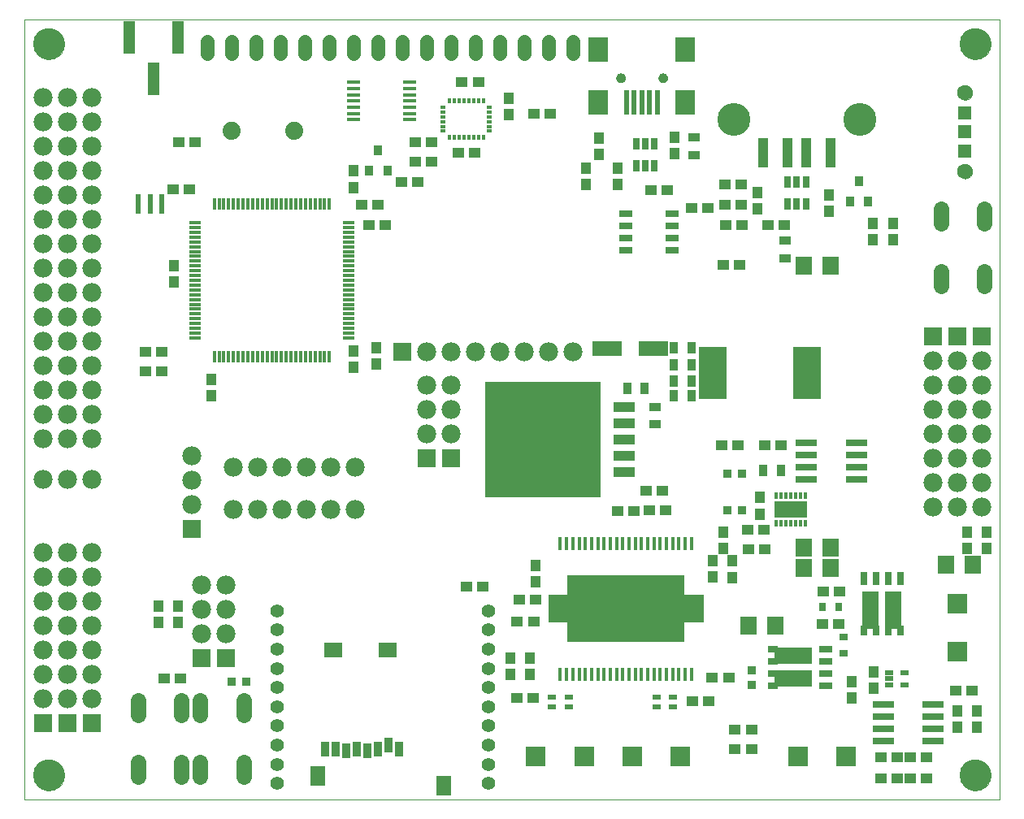
<source format=gts>
G75*
G70*
%OFA0B0*%
%FSLAX24Y24*%
%IPPOS*%
%LPD*%
%AMOC8*
5,1,8,0,0,1.08239X$1,22.5*
%
%ADD10C,0.0000*%
%ADD11C,0.1290*%
%ADD12C,0.0555*%
%ADD13C,0.0780*%
%ADD14C,0.0640*%
%ADD15C,0.0555*%
%ADD16R,0.0512X0.0158*%
%ADD17R,0.0158X0.0512*%
%ADD18R,0.0510X0.1340*%
%ADD19R,0.0158X0.0552*%
%ADD20R,0.4843X0.2737*%
%ADD21R,0.0827X0.1182*%
%ADD22R,0.0473X0.0434*%
%ADD23R,0.0434X0.0473*%
%ADD24R,0.0780X0.0780*%
%ADD25R,0.0237X0.1024*%
%ADD26R,0.0827X0.1024*%
%ADD27C,0.0394*%
%ADD28R,0.0276X0.0512*%
%ADD29C,0.1350*%
%ADD30R,0.0394X0.1221*%
%ADD31R,0.0512X0.0355*%
%ADD32R,0.0906X0.0276*%
%ADD33R,0.0355X0.0394*%
%ADD34R,0.0355X0.0355*%
%ADD35R,0.0138X0.0316*%
%ADD36R,0.1339X0.0709*%
%ADD37R,0.1142X0.2166*%
%ADD38R,0.0355X0.0512*%
%ADD39R,0.0670X0.0749*%
%ADD40C,0.0740*%
%ADD41R,0.0335X0.0197*%
%ADD42R,0.0540X0.0280*%
%ADD43R,0.0440X0.0280*%
%ADD44R,0.1540X0.0690*%
%ADD45R,0.0280X0.0540*%
%ADD46R,0.0280X0.0440*%
%ADD47R,0.0690X0.1540*%
%ADD48R,0.0276X0.0355*%
%ADD49R,0.0355X0.0276*%
%ADD50R,0.0555X0.0555*%
%ADD51C,0.0631*%
%ADD52R,0.0808X0.0808*%
%ADD53R,0.0375X0.0237*%
%ADD54R,0.0910X0.0280*%
%ADD55R,0.0749X0.0591*%
%ADD56R,0.0591X0.0788*%
%ADD57R,0.0355X0.0631*%
%ADD58R,0.4764X0.4764*%
%ADD59R,0.0906X0.0434*%
%ADD60R,0.1221X0.0591*%
%ADD61R,0.0197X0.0827*%
%ADD62R,0.0237X0.0158*%
%ADD63R,0.0158X0.0237*%
%ADD64R,0.0540X0.0290*%
%ADD65R,0.0536X0.0182*%
D10*
X000247Y001996D02*
X000247Y033996D01*
X040247Y033996D01*
X040247Y001996D01*
X000247Y001996D01*
X000622Y002996D02*
X000624Y003046D01*
X000630Y003095D01*
X000640Y003144D01*
X000653Y003191D01*
X000671Y003238D01*
X000692Y003283D01*
X000716Y003326D01*
X000744Y003367D01*
X000775Y003406D01*
X000809Y003442D01*
X000846Y003476D01*
X000886Y003506D01*
X000927Y003533D01*
X000971Y003557D01*
X001016Y003577D01*
X001063Y003593D01*
X001111Y003606D01*
X001160Y003615D01*
X001210Y003620D01*
X001259Y003621D01*
X001309Y003618D01*
X001358Y003611D01*
X001407Y003600D01*
X001454Y003586D01*
X001500Y003567D01*
X001545Y003545D01*
X001588Y003520D01*
X001628Y003491D01*
X001666Y003459D01*
X001702Y003425D01*
X001735Y003387D01*
X001764Y003347D01*
X001790Y003305D01*
X001813Y003261D01*
X001832Y003215D01*
X001848Y003168D01*
X001860Y003119D01*
X001868Y003070D01*
X001872Y003021D01*
X001872Y002971D01*
X001868Y002922D01*
X001860Y002873D01*
X001848Y002824D01*
X001832Y002777D01*
X001813Y002731D01*
X001790Y002687D01*
X001764Y002645D01*
X001735Y002605D01*
X001702Y002567D01*
X001666Y002533D01*
X001628Y002501D01*
X001588Y002472D01*
X001545Y002447D01*
X001500Y002425D01*
X001454Y002406D01*
X001407Y002392D01*
X001358Y002381D01*
X001309Y002374D01*
X001259Y002371D01*
X001210Y002372D01*
X001160Y002377D01*
X001111Y002386D01*
X001063Y002399D01*
X001016Y002415D01*
X000971Y002435D01*
X000927Y002459D01*
X000886Y002486D01*
X000846Y002516D01*
X000809Y002550D01*
X000775Y002586D01*
X000744Y002625D01*
X000716Y002666D01*
X000692Y002709D01*
X000671Y002754D01*
X000653Y002801D01*
X000640Y002848D01*
X000630Y002897D01*
X000624Y002946D01*
X000622Y002996D01*
X024524Y031596D02*
X024526Y031622D01*
X024532Y031648D01*
X024542Y031673D01*
X024555Y031696D01*
X024571Y031716D01*
X024591Y031734D01*
X024613Y031749D01*
X024636Y031761D01*
X024662Y031769D01*
X024688Y031773D01*
X024714Y031773D01*
X024740Y031769D01*
X024766Y031761D01*
X024790Y031749D01*
X024811Y031734D01*
X024831Y031716D01*
X024847Y031696D01*
X024860Y031673D01*
X024870Y031648D01*
X024876Y031622D01*
X024878Y031596D01*
X024876Y031570D01*
X024870Y031544D01*
X024860Y031519D01*
X024847Y031496D01*
X024831Y031476D01*
X024811Y031458D01*
X024789Y031443D01*
X024766Y031431D01*
X024740Y031423D01*
X024714Y031419D01*
X024688Y031419D01*
X024662Y031423D01*
X024636Y031431D01*
X024612Y031443D01*
X024591Y031458D01*
X024571Y031476D01*
X024555Y031496D01*
X024542Y031519D01*
X024532Y031544D01*
X024526Y031570D01*
X024524Y031596D01*
X026256Y031596D02*
X026258Y031622D01*
X026264Y031648D01*
X026274Y031673D01*
X026287Y031696D01*
X026303Y031716D01*
X026323Y031734D01*
X026345Y031749D01*
X026368Y031761D01*
X026394Y031769D01*
X026420Y031773D01*
X026446Y031773D01*
X026472Y031769D01*
X026498Y031761D01*
X026522Y031749D01*
X026543Y031734D01*
X026563Y031716D01*
X026579Y031696D01*
X026592Y031673D01*
X026602Y031648D01*
X026608Y031622D01*
X026610Y031596D01*
X026608Y031570D01*
X026602Y031544D01*
X026592Y031519D01*
X026579Y031496D01*
X026563Y031476D01*
X026543Y031458D01*
X026521Y031443D01*
X026498Y031431D01*
X026472Y031423D01*
X026446Y031419D01*
X026420Y031419D01*
X026394Y031423D01*
X026368Y031431D01*
X026344Y031443D01*
X026323Y031458D01*
X026303Y031476D01*
X026287Y031496D01*
X026274Y031519D01*
X026264Y031544D01*
X026258Y031570D01*
X026256Y031596D01*
X038528Y031000D02*
X038530Y031034D01*
X038536Y031068D01*
X038546Y031101D01*
X038559Y031132D01*
X038577Y031162D01*
X038597Y031190D01*
X038621Y031215D01*
X038647Y031237D01*
X038675Y031255D01*
X038706Y031271D01*
X038738Y031283D01*
X038772Y031291D01*
X038806Y031295D01*
X038840Y031295D01*
X038874Y031291D01*
X038908Y031283D01*
X038940Y031271D01*
X038970Y031255D01*
X038999Y031237D01*
X039025Y031215D01*
X039049Y031190D01*
X039069Y031162D01*
X039087Y031132D01*
X039100Y031101D01*
X039110Y031068D01*
X039116Y031034D01*
X039118Y031000D01*
X039116Y030966D01*
X039110Y030932D01*
X039100Y030899D01*
X039087Y030868D01*
X039069Y030838D01*
X039049Y030810D01*
X039025Y030785D01*
X038999Y030763D01*
X038971Y030745D01*
X038940Y030729D01*
X038908Y030717D01*
X038874Y030709D01*
X038840Y030705D01*
X038806Y030705D01*
X038772Y030709D01*
X038738Y030717D01*
X038706Y030729D01*
X038675Y030745D01*
X038647Y030763D01*
X038621Y030785D01*
X038597Y030810D01*
X038577Y030838D01*
X038559Y030868D01*
X038546Y030899D01*
X038536Y030932D01*
X038530Y030966D01*
X038528Y031000D01*
X038622Y032996D02*
X038624Y033046D01*
X038630Y033095D01*
X038640Y033144D01*
X038653Y033191D01*
X038671Y033238D01*
X038692Y033283D01*
X038716Y033326D01*
X038744Y033367D01*
X038775Y033406D01*
X038809Y033442D01*
X038846Y033476D01*
X038886Y033506D01*
X038927Y033533D01*
X038971Y033557D01*
X039016Y033577D01*
X039063Y033593D01*
X039111Y033606D01*
X039160Y033615D01*
X039210Y033620D01*
X039259Y033621D01*
X039309Y033618D01*
X039358Y033611D01*
X039407Y033600D01*
X039454Y033586D01*
X039500Y033567D01*
X039545Y033545D01*
X039588Y033520D01*
X039628Y033491D01*
X039666Y033459D01*
X039702Y033425D01*
X039735Y033387D01*
X039764Y033347D01*
X039790Y033305D01*
X039813Y033261D01*
X039832Y033215D01*
X039848Y033168D01*
X039860Y033119D01*
X039868Y033070D01*
X039872Y033021D01*
X039872Y032971D01*
X039868Y032922D01*
X039860Y032873D01*
X039848Y032824D01*
X039832Y032777D01*
X039813Y032731D01*
X039790Y032687D01*
X039764Y032645D01*
X039735Y032605D01*
X039702Y032567D01*
X039666Y032533D01*
X039628Y032501D01*
X039588Y032472D01*
X039545Y032447D01*
X039500Y032425D01*
X039454Y032406D01*
X039407Y032392D01*
X039358Y032381D01*
X039309Y032374D01*
X039259Y032371D01*
X039210Y032372D01*
X039160Y032377D01*
X039111Y032386D01*
X039063Y032399D01*
X039016Y032415D01*
X038971Y032435D01*
X038927Y032459D01*
X038886Y032486D01*
X038846Y032516D01*
X038809Y032550D01*
X038775Y032586D01*
X038744Y032625D01*
X038716Y032666D01*
X038692Y032709D01*
X038671Y032754D01*
X038653Y032801D01*
X038640Y032848D01*
X038630Y032897D01*
X038624Y032946D01*
X038622Y032996D01*
X038528Y027771D02*
X038530Y027805D01*
X038536Y027839D01*
X038546Y027872D01*
X038559Y027903D01*
X038577Y027933D01*
X038597Y027961D01*
X038621Y027986D01*
X038647Y028008D01*
X038675Y028026D01*
X038706Y028042D01*
X038738Y028054D01*
X038772Y028062D01*
X038806Y028066D01*
X038840Y028066D01*
X038874Y028062D01*
X038908Y028054D01*
X038940Y028042D01*
X038970Y028026D01*
X038999Y028008D01*
X039025Y027986D01*
X039049Y027961D01*
X039069Y027933D01*
X039087Y027903D01*
X039100Y027872D01*
X039110Y027839D01*
X039116Y027805D01*
X039118Y027771D01*
X039116Y027737D01*
X039110Y027703D01*
X039100Y027670D01*
X039087Y027639D01*
X039069Y027609D01*
X039049Y027581D01*
X039025Y027556D01*
X038999Y027534D01*
X038971Y027516D01*
X038940Y027500D01*
X038908Y027488D01*
X038874Y027480D01*
X038840Y027476D01*
X038806Y027476D01*
X038772Y027480D01*
X038738Y027488D01*
X038706Y027500D01*
X038675Y027516D01*
X038647Y027534D01*
X038621Y027556D01*
X038597Y027581D01*
X038577Y027609D01*
X038559Y027639D01*
X038546Y027670D01*
X038536Y027703D01*
X038530Y027737D01*
X038528Y027771D01*
X038622Y002996D02*
X038624Y003046D01*
X038630Y003095D01*
X038640Y003144D01*
X038653Y003191D01*
X038671Y003238D01*
X038692Y003283D01*
X038716Y003326D01*
X038744Y003367D01*
X038775Y003406D01*
X038809Y003442D01*
X038846Y003476D01*
X038886Y003506D01*
X038927Y003533D01*
X038971Y003557D01*
X039016Y003577D01*
X039063Y003593D01*
X039111Y003606D01*
X039160Y003615D01*
X039210Y003620D01*
X039259Y003621D01*
X039309Y003618D01*
X039358Y003611D01*
X039407Y003600D01*
X039454Y003586D01*
X039500Y003567D01*
X039545Y003545D01*
X039588Y003520D01*
X039628Y003491D01*
X039666Y003459D01*
X039702Y003425D01*
X039735Y003387D01*
X039764Y003347D01*
X039790Y003305D01*
X039813Y003261D01*
X039832Y003215D01*
X039848Y003168D01*
X039860Y003119D01*
X039868Y003070D01*
X039872Y003021D01*
X039872Y002971D01*
X039868Y002922D01*
X039860Y002873D01*
X039848Y002824D01*
X039832Y002777D01*
X039813Y002731D01*
X039790Y002687D01*
X039764Y002645D01*
X039735Y002605D01*
X039702Y002567D01*
X039666Y002533D01*
X039628Y002501D01*
X039588Y002472D01*
X039545Y002447D01*
X039500Y002425D01*
X039454Y002406D01*
X039407Y002392D01*
X039358Y002381D01*
X039309Y002374D01*
X039259Y002371D01*
X039210Y002372D01*
X039160Y002377D01*
X039111Y002386D01*
X039063Y002399D01*
X039016Y002415D01*
X038971Y002435D01*
X038927Y002459D01*
X038886Y002486D01*
X038846Y002516D01*
X038809Y002550D01*
X038775Y002586D01*
X038744Y002625D01*
X038716Y002666D01*
X038692Y002709D01*
X038671Y002754D01*
X038653Y002801D01*
X038640Y002848D01*
X038630Y002897D01*
X038624Y002946D01*
X038622Y002996D01*
X000622Y032996D02*
X000624Y033046D01*
X000630Y033095D01*
X000640Y033144D01*
X000653Y033191D01*
X000671Y033238D01*
X000692Y033283D01*
X000716Y033326D01*
X000744Y033367D01*
X000775Y033406D01*
X000809Y033442D01*
X000846Y033476D01*
X000886Y033506D01*
X000927Y033533D01*
X000971Y033557D01*
X001016Y033577D01*
X001063Y033593D01*
X001111Y033606D01*
X001160Y033615D01*
X001210Y033620D01*
X001259Y033621D01*
X001309Y033618D01*
X001358Y033611D01*
X001407Y033600D01*
X001454Y033586D01*
X001500Y033567D01*
X001545Y033545D01*
X001588Y033520D01*
X001628Y033491D01*
X001666Y033459D01*
X001702Y033425D01*
X001735Y033387D01*
X001764Y033347D01*
X001790Y033305D01*
X001813Y033261D01*
X001832Y033215D01*
X001848Y033168D01*
X001860Y033119D01*
X001868Y033070D01*
X001872Y033021D01*
X001872Y032971D01*
X001868Y032922D01*
X001860Y032873D01*
X001848Y032824D01*
X001832Y032777D01*
X001813Y032731D01*
X001790Y032687D01*
X001764Y032645D01*
X001735Y032605D01*
X001702Y032567D01*
X001666Y032533D01*
X001628Y032501D01*
X001588Y032472D01*
X001545Y032447D01*
X001500Y032425D01*
X001454Y032406D01*
X001407Y032392D01*
X001358Y032381D01*
X001309Y032374D01*
X001259Y032371D01*
X001210Y032372D01*
X001160Y032377D01*
X001111Y032386D01*
X001063Y032399D01*
X001016Y032415D01*
X000971Y032435D01*
X000927Y032459D01*
X000886Y032486D01*
X000846Y032516D01*
X000809Y032550D01*
X000775Y032586D01*
X000744Y032625D01*
X000716Y032666D01*
X000692Y032709D01*
X000671Y032754D01*
X000653Y032801D01*
X000640Y032848D01*
X000630Y032897D01*
X000624Y032946D01*
X000622Y032996D01*
D11*
X001247Y032996D03*
X001247Y002996D03*
X039247Y002996D03*
X039247Y032996D03*
D12*
X019278Y009739D03*
X019278Y008952D03*
X019278Y008164D03*
X019278Y007377D03*
X019278Y006589D03*
X019278Y005802D03*
X019278Y005015D03*
X019278Y004227D03*
X019278Y003440D03*
X019278Y002652D03*
X010616Y002652D03*
X010616Y003440D03*
X010616Y004227D03*
X010616Y005015D03*
X010616Y005802D03*
X010616Y006589D03*
X010616Y007377D03*
X010616Y008164D03*
X010616Y008952D03*
X010616Y009739D03*
D13*
X008517Y009796D03*
X008517Y010796D03*
X007517Y010796D03*
X007517Y009796D03*
X007517Y008796D03*
X008517Y008796D03*
X002997Y009136D03*
X002997Y010136D03*
X002997Y011136D03*
X002997Y012136D03*
X001997Y012136D03*
X000997Y012136D03*
X000997Y011136D03*
X001997Y011136D03*
X001997Y010136D03*
X000997Y010136D03*
X000997Y009136D03*
X001997Y009136D03*
X001997Y008136D03*
X000997Y008136D03*
X000997Y007136D03*
X001997Y007136D03*
X002997Y007136D03*
X002997Y008136D03*
X002997Y006136D03*
X001997Y006136D03*
X000997Y006136D03*
X008797Y013896D03*
X009797Y013896D03*
X010797Y013896D03*
X011797Y013896D03*
X012797Y013896D03*
X013797Y013896D03*
X013797Y015616D03*
X012797Y015616D03*
X011797Y015616D03*
X010797Y015616D03*
X009797Y015616D03*
X008797Y015616D03*
X007097Y016106D03*
X007097Y015106D03*
X007097Y014106D03*
X002997Y015137D03*
X001997Y015137D03*
X000997Y015137D03*
X000997Y016796D03*
X001997Y016796D03*
X001997Y017796D03*
X001997Y018796D03*
X000997Y018796D03*
X000997Y017796D03*
X000997Y019796D03*
X001997Y019796D03*
X001997Y020796D03*
X000997Y020796D03*
X000997Y021796D03*
X001997Y021796D03*
X001997Y022796D03*
X000997Y022796D03*
X000997Y023796D03*
X001997Y023796D03*
X001997Y024796D03*
X000997Y024796D03*
X000997Y025796D03*
X001997Y025796D03*
X001997Y026796D03*
X000997Y026796D03*
X000997Y027796D03*
X001997Y027796D03*
X001997Y028796D03*
X000997Y028796D03*
X000997Y029796D03*
X001997Y029796D03*
X001997Y030796D03*
X000997Y030796D03*
X002997Y030796D03*
X002997Y029796D03*
X002997Y028796D03*
X002997Y027796D03*
X002997Y026796D03*
X002997Y025796D03*
X002997Y024796D03*
X002997Y023796D03*
X002997Y022796D03*
X002997Y021796D03*
X002997Y020796D03*
X002997Y019796D03*
X002997Y018796D03*
X002997Y017796D03*
X002997Y016796D03*
X016747Y016996D03*
X017747Y016996D03*
X017747Y017996D03*
X016747Y017996D03*
X016747Y018996D03*
X017747Y018996D03*
X017747Y020346D03*
X016747Y020346D03*
X018747Y020346D03*
X019747Y020346D03*
X020747Y020346D03*
X021747Y020346D03*
X022747Y020346D03*
X037497Y019996D03*
X038497Y019996D03*
X039497Y019996D03*
X039497Y018996D03*
X038497Y018996D03*
X037497Y018996D03*
X037497Y017996D03*
X038497Y017996D03*
X039497Y017996D03*
X039497Y016996D03*
X038497Y016996D03*
X037497Y016996D03*
X037497Y015996D03*
X038497Y015996D03*
X039497Y015996D03*
X039497Y014996D03*
X038497Y014996D03*
X037497Y014996D03*
X037497Y013996D03*
X038497Y013996D03*
X039497Y013996D03*
D14*
X039627Y023066D02*
X039627Y023666D01*
X037847Y023666D02*
X037847Y023066D01*
X037847Y025626D02*
X037847Y026226D01*
X039627Y026226D02*
X039627Y025626D01*
X009237Y006076D02*
X009237Y005476D01*
X007457Y005476D02*
X007457Y006076D01*
X006687Y006076D02*
X006687Y005476D01*
X004907Y005476D02*
X004907Y006076D01*
X004907Y003516D02*
X004907Y002916D01*
X006687Y002916D02*
X006687Y003516D01*
X007457Y003516D02*
X007457Y002916D01*
X009237Y002916D02*
X009237Y003516D01*
D15*
X008747Y032588D02*
X008747Y033103D01*
X007747Y033103D02*
X007747Y032588D01*
X009747Y032588D02*
X009747Y033103D01*
X010747Y033103D02*
X010747Y032588D01*
X011747Y032588D02*
X011747Y033103D01*
X012747Y033103D02*
X012747Y032588D01*
X013747Y032588D02*
X013747Y033103D01*
X014747Y033103D02*
X014747Y032588D01*
X015747Y032588D02*
X015747Y033103D01*
X016747Y033103D02*
X016747Y032588D01*
X017747Y032588D02*
X017747Y033103D01*
X018747Y033103D02*
X018747Y032588D01*
X019747Y032588D02*
X019747Y033103D01*
X020747Y033103D02*
X020747Y032588D01*
X021747Y032588D02*
X021747Y033103D01*
X022747Y033103D02*
X022747Y032588D01*
D16*
X013547Y025658D03*
X013547Y025461D03*
X013547Y025264D03*
X013547Y025067D03*
X013547Y024870D03*
X013547Y024674D03*
X013547Y024477D03*
X013547Y024280D03*
X013547Y024083D03*
X013547Y023886D03*
X013547Y023689D03*
X013547Y023492D03*
X013547Y023296D03*
X013547Y023099D03*
X013547Y022902D03*
X013547Y022705D03*
X013547Y022508D03*
X013547Y022311D03*
X013547Y022115D03*
X013547Y021918D03*
X013547Y021721D03*
X013547Y021524D03*
X013547Y021327D03*
X013547Y021130D03*
X013547Y020933D03*
X007247Y020933D03*
X007247Y021130D03*
X007247Y021327D03*
X007247Y021524D03*
X007247Y021721D03*
X007247Y021918D03*
X007247Y022115D03*
X007247Y022311D03*
X007247Y022508D03*
X007247Y022705D03*
X007247Y022902D03*
X007247Y023099D03*
X007247Y023296D03*
X007247Y023492D03*
X007247Y023689D03*
X007247Y023886D03*
X007247Y024083D03*
X007247Y024280D03*
X007247Y024477D03*
X007247Y024674D03*
X007247Y024870D03*
X007247Y025067D03*
X007247Y025264D03*
X007247Y025461D03*
X007247Y025658D03*
D17*
X008035Y026445D03*
X008232Y026445D03*
X008428Y026445D03*
X008625Y026445D03*
X008822Y026445D03*
X009019Y026445D03*
X009216Y026445D03*
X009413Y026445D03*
X009610Y026445D03*
X009806Y026445D03*
X010003Y026445D03*
X010200Y026445D03*
X010397Y026445D03*
X010594Y026445D03*
X010791Y026445D03*
X010988Y026445D03*
X011184Y026445D03*
X011381Y026445D03*
X011578Y026445D03*
X011775Y026445D03*
X011972Y026445D03*
X012169Y026445D03*
X012366Y026445D03*
X012562Y026445D03*
X012759Y026445D03*
X012759Y020146D03*
X012562Y020146D03*
X012366Y020146D03*
X012169Y020146D03*
X011972Y020146D03*
X011775Y020146D03*
X011578Y020146D03*
X011381Y020146D03*
X011184Y020146D03*
X010988Y020146D03*
X010791Y020146D03*
X010594Y020146D03*
X010397Y020146D03*
X010200Y020146D03*
X010003Y020146D03*
X009806Y020146D03*
X009610Y020146D03*
X009413Y020146D03*
X009216Y020146D03*
X009019Y020146D03*
X008822Y020146D03*
X008625Y020146D03*
X008428Y020146D03*
X008232Y020146D03*
X008035Y020146D03*
D18*
X005537Y031546D03*
X004537Y033246D03*
X006537Y033246D03*
D19*
X022230Y012493D03*
X022486Y012493D03*
X022742Y012493D03*
X022998Y012493D03*
X023254Y012493D03*
X023510Y012493D03*
X023766Y012493D03*
X024021Y012493D03*
X024277Y012493D03*
X024533Y012493D03*
X024789Y012493D03*
X025045Y012493D03*
X025301Y012493D03*
X025557Y012493D03*
X025813Y012493D03*
X026069Y012493D03*
X026325Y012493D03*
X026581Y012493D03*
X026836Y012493D03*
X027092Y012493D03*
X027348Y012493D03*
X027604Y012493D03*
X027604Y007119D03*
X027348Y007119D03*
X027092Y007119D03*
X026836Y007119D03*
X026581Y007119D03*
X026325Y007119D03*
X026069Y007119D03*
X025813Y007119D03*
X025557Y007119D03*
X025301Y007119D03*
X025045Y007119D03*
X024789Y007119D03*
X024533Y007119D03*
X024277Y007119D03*
X024021Y007119D03*
X023766Y007119D03*
X023510Y007119D03*
X023254Y007119D03*
X022998Y007119D03*
X022742Y007119D03*
X022486Y007119D03*
X022230Y007119D03*
D20*
X024927Y009816D03*
D21*
X022132Y009816D03*
X027722Y009816D03*
D22*
X029948Y012247D03*
X030618Y012247D03*
X030579Y013046D03*
X029909Y013046D03*
X026563Y013851D03*
X025893Y013851D03*
X025244Y013842D03*
X024574Y013842D03*
X025755Y014650D03*
X026425Y014650D03*
X028839Y016545D03*
X029509Y016545D03*
X030622Y016516D03*
X031292Y016516D03*
X033012Y010536D03*
X033682Y010536D03*
X033642Y009206D03*
X032972Y009206D03*
X029132Y006986D03*
X028462Y006986D03*
X028302Y006036D03*
X027632Y006036D03*
X029396Y004868D03*
X030066Y004868D03*
X030064Y004052D03*
X029394Y004052D03*
X035384Y003734D03*
X036054Y003734D03*
X036572Y003736D03*
X037242Y003736D03*
X037242Y002856D03*
X036572Y002856D03*
X036054Y002855D03*
X035384Y002855D03*
X038452Y006476D03*
X039122Y006476D03*
X021102Y006146D03*
X020432Y006146D03*
X020462Y009286D03*
X021132Y009286D03*
X021212Y010186D03*
X020542Y010186D03*
X019061Y010734D03*
X018391Y010734D03*
X006658Y006976D03*
X005988Y006976D03*
X005896Y019572D03*
X005226Y019572D03*
X005225Y020374D03*
X005895Y020374D03*
X006337Y027024D03*
X007007Y027024D03*
X007261Y028956D03*
X006591Y028956D03*
X014068Y026389D03*
X014738Y026389D03*
X015712Y027336D03*
X016382Y027336D03*
X016286Y028172D03*
X016956Y028172D03*
X016956Y028970D03*
X016286Y028970D03*
X018058Y028531D03*
X018728Y028531D03*
X021151Y030131D03*
X021821Y030131D03*
X018866Y031421D03*
X018196Y031421D03*
X015063Y025547D03*
X014393Y025547D03*
X025932Y027000D03*
X026602Y027000D03*
X027608Y026257D03*
X028278Y026257D03*
X028992Y026396D03*
X029662Y026396D03*
X029652Y027236D03*
X028982Y027236D03*
X029002Y025546D03*
X029672Y025546D03*
X030758Y025569D03*
X031428Y025569D03*
X029586Y023927D03*
X028916Y023927D03*
D23*
X030323Y026233D03*
X030323Y026902D03*
X033261Y026801D03*
X033261Y026132D03*
X035057Y025640D03*
X035057Y024971D03*
X035867Y024951D03*
X035867Y025620D03*
X026917Y028481D03*
X026917Y029150D03*
X024576Y027900D03*
X024576Y027231D03*
X023264Y027230D03*
X023264Y027899D03*
X023797Y028461D03*
X023797Y029130D03*
X020099Y030109D03*
X020099Y030778D03*
X013757Y027780D03*
X013757Y027111D03*
X006379Y023901D03*
X006379Y023232D03*
X007919Y019245D03*
X007919Y018576D03*
X013736Y019732D03*
X013736Y020401D03*
X014664Y020523D03*
X014664Y019854D03*
X021207Y011600D03*
X021207Y010931D03*
X020969Y007784D03*
X020969Y007115D03*
X020167Y007115D03*
X020167Y007784D03*
X028467Y011121D03*
X028467Y011790D03*
X028912Y012303D03*
X029267Y011780D03*
X029267Y011111D03*
X028912Y012972D03*
X030417Y013711D03*
X030417Y014380D03*
X035077Y007230D03*
X035077Y006561D03*
X034187Y006840D03*
X034187Y006171D03*
X038517Y005630D03*
X038517Y004961D03*
X039327Y004971D03*
X039327Y005640D03*
X039712Y012281D03*
X039712Y012950D03*
X038917Y012950D03*
X038917Y012281D03*
X006557Y009930D03*
X006557Y009261D03*
X005757Y009261D03*
X005757Y009930D03*
D24*
X007517Y007796D03*
X008517Y007796D03*
X002997Y005136D03*
X001997Y005136D03*
X000997Y005136D03*
X007097Y013106D03*
X015747Y020346D03*
X016747Y015996D03*
X017747Y015996D03*
X037497Y020996D03*
X038497Y020996D03*
X039497Y020996D03*
D25*
X026197Y030611D03*
X025882Y030611D03*
X025567Y030611D03*
X025252Y030611D03*
X024937Y030611D03*
D26*
X023795Y030611D03*
X023795Y032777D03*
X027339Y032777D03*
X027339Y030611D03*
D27*
X026433Y031596D03*
X024701Y031596D03*
D28*
X025343Y028889D03*
X025717Y028889D03*
X026091Y028889D03*
X026091Y027983D03*
X025717Y027983D03*
X025343Y027983D03*
X031556Y027319D03*
X031930Y027319D03*
X032304Y027319D03*
X032304Y026413D03*
X031930Y026413D03*
X031556Y026413D03*
D29*
X029342Y029896D03*
X034512Y029896D03*
D30*
X033305Y028537D03*
X032321Y028537D03*
X031533Y028537D03*
X030549Y028537D03*
D31*
X027697Y028441D03*
X027697Y029150D03*
X031444Y024916D03*
X031444Y024207D03*
X026117Y018100D03*
X026117Y017391D03*
D32*
X035467Y005895D03*
X035467Y005395D03*
X035467Y004895D03*
X035467Y004395D03*
X037515Y004395D03*
X037515Y004895D03*
X037515Y005395D03*
X037515Y005895D03*
D33*
X034861Y026542D03*
X034113Y026542D03*
X034487Y027369D03*
X015131Y027802D03*
X014383Y027802D03*
X014757Y028629D03*
D34*
X029082Y015346D03*
X029672Y015346D03*
X029672Y013846D03*
X029082Y013846D03*
X030083Y007292D03*
X030083Y006701D03*
X009332Y006816D03*
X008742Y006816D03*
D35*
X031086Y013335D03*
X031283Y013335D03*
X031480Y013335D03*
X031677Y013335D03*
X031874Y013335D03*
X032071Y013335D03*
X032268Y013335D03*
X032268Y014476D03*
X032071Y014476D03*
X031874Y014476D03*
X031677Y014476D03*
X031480Y014476D03*
X031283Y014476D03*
X031086Y014476D03*
D36*
X031677Y013906D03*
D37*
X032347Y019496D03*
X028489Y019496D03*
D38*
X027601Y019816D03*
X027601Y019166D03*
X027601Y018546D03*
X026893Y018546D03*
X026893Y019166D03*
X026893Y019816D03*
X026893Y020526D03*
X027601Y020526D03*
X025694Y018848D03*
X024986Y018848D03*
X030563Y015486D03*
X031271Y015486D03*
D39*
X032206Y012326D03*
X032206Y011486D03*
X033308Y011486D03*
X033308Y012326D03*
X031048Y009136D03*
X029946Y009136D03*
X038056Y011616D03*
X039158Y011616D03*
X033321Y023894D03*
X032219Y023894D03*
D40*
X011307Y029436D03*
X008747Y029436D03*
D41*
X035712Y007202D03*
X035712Y006946D03*
X035712Y006690D03*
X036362Y006690D03*
X036362Y007202D03*
D42*
X033097Y007176D03*
X033097Y006676D03*
X033097Y007676D03*
X033097Y008176D03*
D43*
X030947Y008176D03*
X030947Y007676D03*
X030947Y007176D03*
X030947Y006676D03*
D44*
X031777Y006971D03*
X031777Y007881D03*
D45*
X034667Y011066D03*
X035167Y011066D03*
X035667Y011066D03*
X036167Y011066D03*
D46*
X036167Y008916D03*
X035667Y008916D03*
X035167Y008916D03*
X034667Y008916D03*
D47*
X034962Y009746D03*
X035872Y009746D03*
D48*
X033647Y009906D03*
X032978Y009906D03*
D49*
X033847Y008675D03*
X033847Y008006D03*
D50*
X038807Y028598D03*
X038807Y029386D03*
X038807Y030173D03*
D51*
X038823Y031000D03*
X038823Y027771D03*
D52*
X038507Y010026D03*
X038507Y008057D03*
X033947Y003776D03*
X031978Y003776D03*
X027137Y003776D03*
X025168Y003776D03*
X023197Y003776D03*
X021228Y003776D03*
D53*
X021893Y005799D03*
X022581Y005799D03*
X022581Y006192D03*
X021893Y006192D03*
X026173Y006192D03*
X026173Y005799D03*
X026861Y005799D03*
X026861Y006192D03*
D54*
X032327Y015116D03*
X032327Y015616D03*
X032327Y016116D03*
X032327Y016616D03*
X034387Y016616D03*
X034387Y016116D03*
X034387Y015616D03*
X034387Y015116D03*
D55*
X015145Y008132D03*
X012901Y008132D03*
D56*
X012271Y002955D03*
X017448Y002561D03*
D57*
X015614Y004077D03*
X015181Y004234D03*
X014748Y004077D03*
X014314Y003998D03*
X013881Y004077D03*
X013448Y003998D03*
X013015Y004077D03*
X012582Y004077D03*
D58*
X021517Y016766D03*
D59*
X024844Y016766D03*
X024844Y017435D03*
X024844Y018104D03*
X024844Y016096D03*
X024844Y015427D03*
D60*
X024146Y020508D03*
X026036Y020508D03*
D61*
X005870Y026417D03*
X005398Y026417D03*
X004926Y026417D03*
D62*
X017430Y029415D03*
X017430Y029612D03*
X017430Y029809D03*
X017430Y030006D03*
X017430Y030203D03*
X017430Y030400D03*
X019320Y030400D03*
X019320Y030203D03*
X019320Y030006D03*
X019320Y029809D03*
X019320Y029612D03*
X019320Y029415D03*
D63*
X019064Y029160D03*
X018867Y029160D03*
X018670Y029160D03*
X018473Y029160D03*
X018277Y029160D03*
X018080Y029160D03*
X017883Y029160D03*
X017686Y029160D03*
X017686Y030656D03*
X017883Y030656D03*
X018080Y030656D03*
X018277Y030656D03*
X018473Y030656D03*
X018670Y030656D03*
X018867Y030656D03*
X019064Y030656D03*
D64*
X024922Y026035D03*
X024922Y025535D03*
X024922Y025035D03*
X024922Y024535D03*
X026822Y024535D03*
X026822Y025035D03*
X026822Y025535D03*
X026822Y026035D03*
D65*
X016044Y029882D03*
X016044Y030138D03*
X016044Y030394D03*
X016044Y030650D03*
X016044Y030906D03*
X016044Y031161D03*
X016044Y031417D03*
X013760Y031417D03*
X013760Y031161D03*
X013760Y030906D03*
X013760Y030650D03*
X013760Y030394D03*
X013760Y030138D03*
X013760Y029882D03*
M02*

</source>
